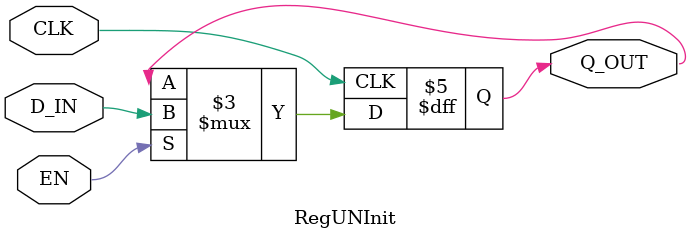
<source format=v>


// Permission is hereby granted, free of charge, to any person obtaining a copy
// of this software and associated documentation files (the "Software"), to deal
// in the Software without restriction, including without limitation the rights
// to use, copy, modify, merge, publish, distribute, sublicense, and/or sell
// copies of the Software, and to permit persons to whom the Software is
// furnished to do so, subject to the following conditions:

// The above copyright notice and this permission notice shall be included in
// all copies or substantial portions of the Software.

// THE SOFTWARE IS PROVIDED "AS IS", WITHOUT WARRANTY OF ANY KIND, EXPRESS OR
// IMPLIED, INCLUDING BUT NOT LIMITED TO THE WARRANTIES OF MERCHANTABILITY,
// FITNESS FOR A PARTICULAR PURPOSE AND NONINFRINGEMENT. IN NO EVENT SHALL THE
// AUTHORS OR COPYRIGHT HOLDERS BE LIABLE FOR ANY CLAIM, DAMAGES OR OTHER
// LIABILITY, WHETHER IN AN ACTION OF CONTRACT, TORT OR OTHERWISE, ARISING FROM,
// OUT OF OR IN CONNECTION WITH THE SOFTWARE OR THE USE OR OTHER DEALINGS IN
// THE SOFTWARE.
//
// $Revision$
// $Date$

`ifdef BSV_ASSIGNMENT_DELAY
`else
  `define BSV_ASSIGNMENT_DELAY
`endif

// Basic register with initial value but without reset (not for ASIC synthesis).
module RegUNInit(CLK, Q_OUT, D_IN, EN);

   parameter width = 1;
   parameter init  = { width {1'b0} } ;

   input     CLK;
   input     EN;
   input [width - 1 : 0] D_IN;
   output [width - 1 : 0] Q_OUT;

   reg [width - 1 : 0]    Q_OUT;
   initial Q_OUT = init;

   always@(posedge CLK)
    begin
       if (EN)
          Q_OUT <= `BSV_ASSIGNMENT_DELAY D_IN;
    end
endmodule

</source>
